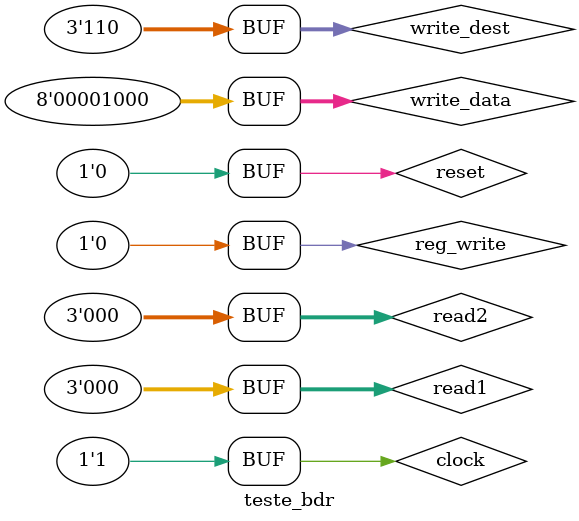
<source format=v>
		module teste_bdr;
		reg clock; 
		reg reset;
		
		reg reg_write;
		reg [2:0] write_dest; 
		reg [7:0] write_data;
		
		reg [2:0] read1;
		wire[7:0] read_data1;
		
		reg [2:0] read2;
		wire[7:0] read_data2;
		
		initial begin
		//Informacoes zeradas
		//clock = 0; 
		//reset = 0; 
		//reg_write = 0;
		//write_dest = 3'h0;
		//write_data = 8'h00;
		//read1 = 3'h0;
		//read2 = 3'h0;
		
		#1 
		clock = 1;//Clock habilitado
		reset = 0; 
		reg_write = 1;//Escrita permitida
		write_dest = 3'b101;//Escrevendo em R1;;
		write_data = 8'h08;//...O valor "8"
		read1 = 3'h2;//Lendo R2
		read2 = 3'h3;//Lendo R3
		
		#1
		clock = 1;//Clock habilitado
		reset = 0;//Reset habilitado => Todos os reg = 0
		reg_write = 0;//Não há escrita
		write_dest = 3'b110;
		write_data = 8'h08;
		read1 = 3'b000;
		read2 = 3'b000;

		
		end
		
		initial begin
		$monitor("Time=%0t \n clock = %0b \n reset = %0b \n reg_write = %0b \n write_dest = %0h \n write_data = %0h \n read1 = %0h \n read_data1 = %0b \n read2 = %0h \n read_data2 = %0b",
		$time, clock, reset,reg_write, write_dest, write_data, read1, read_data1, read2, read_data2);
		end
		
		BDR a(clock, reset, reg_write, write_dest, write_data, read1, read_data1, read2, read_data2);
		endmodule

</source>
